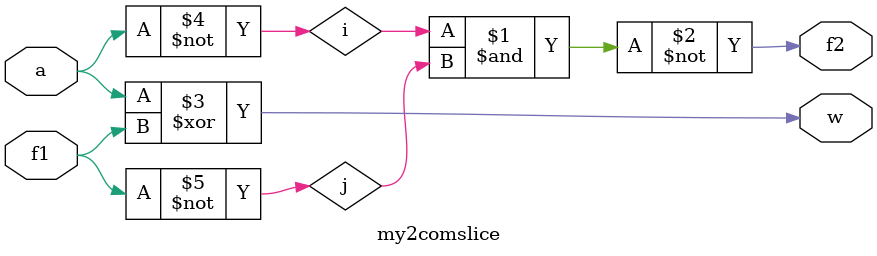
<source format=sv>
`timescale 1ns/1ns
module my2comslice (input a,f1, output w,f2);
	wire i,j;
	not #(7,9) N1(i,a);
	not #(7,9) N2(j,f1);
	nand #(14,10) NA1(f2,i,j);
	xor #(23,25) XR(w,a,f1);

endmodule

</source>
